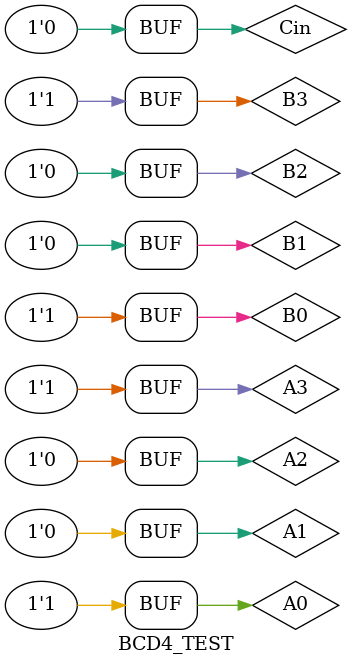
<source format=v>
`timescale 1ns / 1ps


module BCD4_TEST;

	// Inputs
	reg A3;
	reg A2;
	reg A1;
	reg A0;
	reg B3;
	reg B2;
	reg B1;
	reg B0;
	reg Cin;

	// Outputs
	wire S3;
	wire S2;
	wire S1;
	wire S0;
	wire Cout;

	// Instantiate the Unit Under Test (UUT)
	BCD4 uut (
		.A3(A3), 
		.A2(A2), 
		.A1(A1), 
		.A0(A0), 
		.B3(B3), 
		.B2(B2), 
		.B1(B1), 
		.B0(B0), 
		.Cin(Cin), 
		.S3(S3), 
		.S2(S2), 
		.S1(S1), 
		.S0(S0), 
		.Cout(Cout)
	);

	initial begin
		// Initialize Inputs
		A3 = 0;
		A2 = 0;
		A1 = 0;
		A0 = 0;
		B3 = 0;
		B2 = 0;
		B1 = 0;
		B0 = 0;
		Cin = 0;

		// Wait 100 ns for global reset to finish
		#100;
		A3 = 1;
		A2 = 1;
		A1 = 1;
		A0 = 1;
		B3 = 1;
		B2 = 1;
		B1 = 1;
		B0 = 1;
		Cin = 0;

		// Wait 100 ns for global reset to finish
		#100;
		A3 = 1;
		A2 = 0;
		A1 = 0;
		A0 = 1;
		B3 = 1;
		B2 = 0;
		B1 = 0;
		B0 = 1;
		Cin = 0;

		// Wait 100 ns for global reset to finish
		#100;
        
		// Add stimulus here

	end
      
endmodule


</source>
